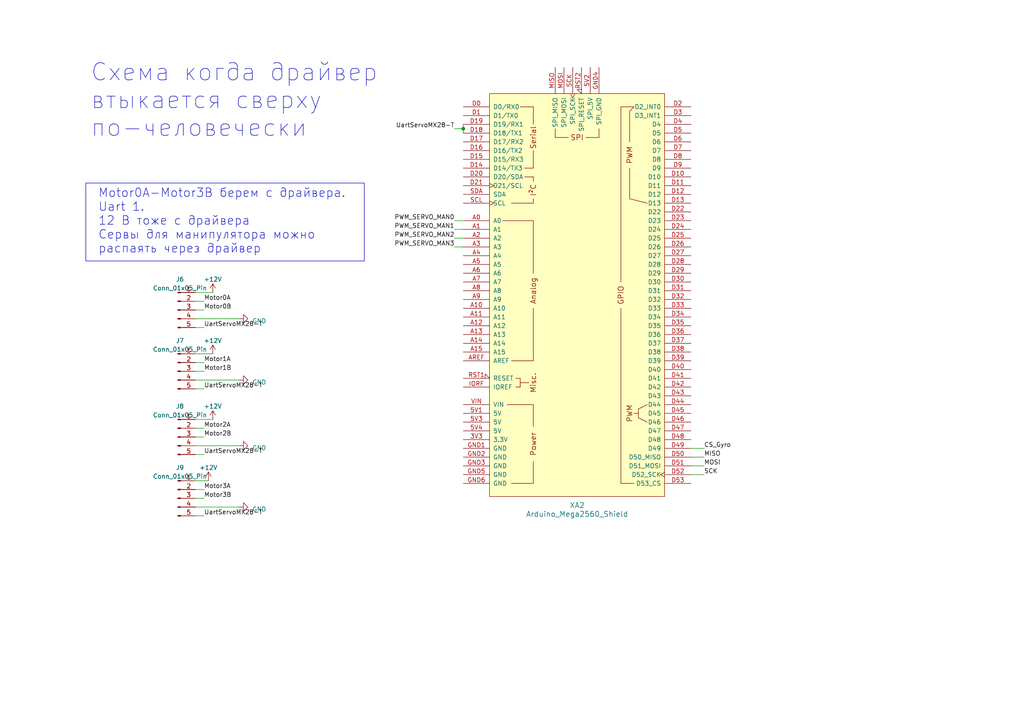
<source format=kicad_sch>
(kicad_sch (version 20230121) (generator eeschema)
  (paper "A4")
  (lib_symbols
    (symbol "Arduino:Arduino_Mega2560_Shield" (pin_names (offset 1.016))
      (property "Reference" "XA" (at 0 -62.23 0))
      (property "Value" "Arduino_Mega2560_Shield" (at 0 -66.04 0))
      (symbol "Arduino_Mega2560_Shield_0_0"
        (rectangle (start -25.4 -58.42) (end 25.4 58.42) (fill (type background)))
        (rectangle (start -20.32 -31.75) (end -12.7 -31.75))
        (rectangle (start -19.05 -54.61) (end -12.7 -54.61))
        (rectangle (start -19.05 -19.05) (end -12.7 -19.05))
        (rectangle (start -19.05 26.67) (end -12.7 26.67))
        (rectangle (start -17.78 -26.67) (end -16.51 -26.67))
        (rectangle (start -17.78 -24.13) (end -16.51 -24.13))
        (rectangle (start -16.51 -25.4) (end -13.97 -25.4))
        (rectangle (start -16.51 -24.13) (end -16.51 -26.67))
        (rectangle (start -16.51 54.61) (end -12.7 54.61))
        (rectangle (start -15.24 34.29) (end -12.7 34.29))
        (rectangle (start -15.24 36.83) (end -12.7 36.83))
        (rectangle (start -12.7 -54.61) (end -12.7 -48.26))
        (rectangle (start -12.7 -31.75) (end -12.7 -38.1))
        (rectangle (start -12.7 26.67) (end -12.7 27.94))
        (rectangle (start -12.7 34.29) (end -12.7 33.02))
        (rectangle (start -12.7 41.91) (end -12.7 36.83))
        (rectangle (start -12.7 49.53) (end -12.7 54.61))
        (rectangle (start -6.35 48.26) (end -6.35 45.72))
        (rectangle (start -2.54 45.72) (end -6.35 45.72))
        (polyline (pts (xy -21.59 21.59) (xy -12.7 21.59)))
        (polyline (pts (xy -12.7 -19.05) (xy -12.7 -3.81)))
        (polyline (pts (xy -12.7 6.35) (xy -12.7 21.59)))
        (polyline (pts (xy 12.7 -54.61) (xy 16.51 -54.61)))
        (polyline (pts (xy 12.7 54.61) (xy 16.51 54.61)))
        (polyline (pts (xy 17.78 -34.29) (xy 16.51 -34.29)))
        (polyline (pts (xy 15.24 36.83) (xy 15.24 27.94) (xy 20.32 26.67)))
        (polyline (pts (xy 15.24 44.45) (xy 15.24 53.34) (xy 16.51 54.61)))
        (polyline (pts (xy 20.32 -31.75) (xy 17.78 -33.02) (xy 17.78 -35.56) (xy 20.32 -36.83)))
        (rectangle (start 6.35 45.72) (end 2.54 45.72))
        (rectangle (start 6.35 48.26) (end 6.35 45.72))
        (text "Analog" (at -12.7 1.27 900) (effects (font (size 1.524 1.524))))
        (text "I²C" (at -12.7 30.48 900) (effects (font (size 1.524 1.524))))
        (text "Misc." (at -12.7 -25.4 900) (effects (font (size 1.524 1.524))))
        (text "Power" (at -12.7 -43.18 900) (effects (font (size 1.524 1.524))))
        (text "PWM" (at 15.24 -34.29 900) (effects (font (size 1.524 1.524))))
        (text "PWM" (at 15.24 40.64 900) (effects (font (size 1.524 1.524))))
        (text "Serial" (at -12.7 45.72 900) (effects (font (size 1.524 1.524))))
        (text "SPI" (at 0 45.72 0) (effects (font (size 1.524 1.524))))
      )
      (symbol "Arduino_Mega2560_Shield_1_0"
        (rectangle (start 12.7 -54.61) (end 12.7 -3.81))
        (rectangle (start 12.7 54.61) (end 12.7 3.81))
        (text "GPIO" (at 12.7 0 900) (effects (font (size 1.524 1.524))))
      )
      (symbol "Arduino_Mega2560_Shield_1_1"
        (pin power_out line (at -33.02 -41.91 0) (length 7.62) (name "3.3V") (number "3V3"))
        (pin power_in line (at -33.02 -34.29 0) (length 7.62) (name "5V") (number "5V1"))
        (pin power_in line (at 3.81 66.04 270) (length 7.62) (name "SPI_5V") (number "5V2"))
        (pin power_in line (at -33.02 -36.83 0) (length 7.62) (name "5V") (number "5V3"))
        (pin power_in line (at -33.02 -39.37 0) (length 7.62) (name "5V") (number "5V4"))
        (pin bidirectional line (at -33.02 21.59 0) (length 7.62) (name "A0") (number "A0"))
        (pin bidirectional line (at -33.02 19.05 0) (length 7.62) (name "A1") (number "A1"))
        (pin bidirectional line (at -33.02 -3.81 0) (length 7.62) (name "A10") (number "A10"))
        (pin bidirectional line (at -33.02 -6.35 0) (length 7.62) (name "A11") (number "A11"))
        (pin bidirectional line (at -33.02 -8.89 0) (length 7.62) (name "A12") (number "A12"))
        (pin bidirectional line (at -33.02 -11.43 0) (length 7.62) (name "A13") (number "A13"))
        (pin bidirectional line (at -33.02 -13.97 0) (length 7.62) (name "A14") (number "A14"))
        (pin bidirectional line (at -33.02 -16.51 0) (length 7.62) (name "A15") (number "A15"))
        (pin bidirectional line (at -33.02 16.51 0) (length 7.62) (name "A2") (number "A2"))
        (pin bidirectional line (at -33.02 13.97 0) (length 7.62) (name "A3") (number "A3"))
        (pin bidirectional line (at -33.02 11.43 0) (length 7.62) (name "A4") (number "A4"))
        (pin bidirectional line (at -33.02 8.89 0) (length 7.62) (name "A5") (number "A5"))
        (pin bidirectional line (at -33.02 6.35 0) (length 7.62) (name "A6") (number "A6"))
        (pin bidirectional line (at -33.02 3.81 0) (length 7.62) (name "A7") (number "A7"))
        (pin bidirectional line (at -33.02 1.27 0) (length 7.62) (name "A8") (number "A8"))
        (pin bidirectional line (at -33.02 -1.27 0) (length 7.62) (name "A9") (number "A9"))
        (pin input line (at -33.02 -19.05 0) (length 7.62) (name "AREF") (number "AREF"))
        (pin bidirectional line (at -33.02 54.61 0) (length 7.62) (name "D0/RX0") (number "D0"))
        (pin bidirectional line (at -33.02 52.07 0) (length 7.62) (name "D1/TX0") (number "D1"))
        (pin bidirectional line (at 33.02 34.29 180) (length 7.62) (name "D10") (number "D10"))
        (pin bidirectional line (at 33.02 31.75 180) (length 7.62) (name "D11") (number "D11"))
        (pin bidirectional line (at 33.02 29.21 180) (length 7.62) (name "D12") (number "D12"))
        (pin bidirectional line (at 33.02 26.67 180) (length 7.62) (name "D13") (number "D13"))
        (pin bidirectional line (at -33.02 36.83 0) (length 7.62) (name "D14/TX3") (number "D14"))
        (pin bidirectional line (at -33.02 39.37 0) (length 7.62) (name "D15/RX3") (number "D15"))
        (pin bidirectional line (at -33.02 41.91 0) (length 7.62) (name "D16/TX2") (number "D16"))
        (pin bidirectional line (at -33.02 44.45 0) (length 7.62) (name "D17/RX2") (number "D17"))
        (pin bidirectional line (at -33.02 46.99 0) (length 7.62) (name "D18/TX1") (number "D18"))
        (pin bidirectional line (at -33.02 49.53 0) (length 7.62) (name "D19/RX1") (number "D19"))
        (pin bidirectional line (at 33.02 54.61 180) (length 7.62) (name "D2_INT0") (number "D2"))
        (pin bidirectional line (at -33.02 34.29 0) (length 7.62) (name "D20/SDA") (number "D20"))
        (pin bidirectional clock (at -33.02 31.75 0) (length 7.62) (name "D21/SCL") (number "D21"))
        (pin bidirectional line (at 33.02 24.13 180) (length 7.62) (name "D22") (number "D22"))
        (pin bidirectional line (at 33.02 21.59 180) (length 7.62) (name "D23") (number "D23"))
        (pin bidirectional line (at 33.02 19.05 180) (length 7.62) (name "D24") (number "D24"))
        (pin bidirectional line (at 33.02 16.51 180) (length 7.62) (name "D25") (number "D25"))
        (pin bidirectional line (at 33.02 13.97 180) (length 7.62) (name "D26") (number "D26"))
        (pin bidirectional line (at 33.02 11.43 180) (length 7.62) (name "D27") (number "D27"))
        (pin bidirectional line (at 33.02 8.89 180) (length 7.62) (name "D28") (number "D28"))
        (pin bidirectional line (at 33.02 6.35 180) (length 7.62) (name "D29") (number "D29"))
        (pin bidirectional line (at 33.02 52.07 180) (length 7.62) (name "D3_INT1") (number "D3"))
        (pin bidirectional line (at 33.02 3.81 180) (length 7.62) (name "D30") (number "D30"))
        (pin bidirectional line (at 33.02 1.27 180) (length 7.62) (name "D31") (number "D31"))
        (pin bidirectional line (at 33.02 -1.27 180) (length 7.62) (name "D32") (number "D32"))
        (pin bidirectional line (at 33.02 -3.81 180) (length 7.62) (name "D33") (number "D33"))
        (pin bidirectional line (at 33.02 -6.35 180) (length 7.62) (name "D34") (number "D34"))
        (pin bidirectional line (at 33.02 -8.89 180) (length 7.62) (name "D35") (number "D35"))
        (pin bidirectional line (at 33.02 -11.43 180) (length 7.62) (name "D36") (number "D36"))
        (pin bidirectional line (at 33.02 -13.97 180) (length 7.62) (name "D37") (number "D37"))
        (pin bidirectional line (at 33.02 -16.51 180) (length 7.62) (name "D38") (number "D38"))
        (pin bidirectional line (at 33.02 -19.05 180) (length 7.62) (name "D39") (number "D39"))
        (pin bidirectional line (at 33.02 49.53 180) (length 7.62) (name "D4") (number "D4"))
        (pin bidirectional line (at 33.02 -21.59 180) (length 7.62) (name "D40") (number "D40"))
        (pin bidirectional line (at 33.02 -24.13 180) (length 7.62) (name "D41") (number "D41"))
        (pin bidirectional line (at 33.02 -26.67 180) (length 7.62) (name "D42") (number "D42"))
        (pin bidirectional line (at 33.02 -29.21 180) (length 7.62) (name "D43") (number "D43"))
        (pin bidirectional line (at 33.02 -31.75 180) (length 7.62) (name "D44") (number "D44"))
        (pin bidirectional line (at 33.02 -34.29 180) (length 7.62) (name "D45") (number "D45"))
        (pin bidirectional line (at 33.02 -36.83 180) (length 7.62) (name "D46") (number "D46"))
        (pin bidirectional line (at 33.02 -39.37 180) (length 7.62) (name "D47") (number "D47"))
        (pin bidirectional line (at 33.02 -41.91 180) (length 7.62) (name "D48") (number "D48"))
        (pin bidirectional line (at 33.02 -44.45 180) (length 7.62) (name "D49") (number "D49"))
        (pin bidirectional line (at 33.02 46.99 180) (length 7.62) (name "D5") (number "D5"))
        (pin bidirectional line (at 33.02 -46.99 180) (length 7.62) (name "D50_MISO") (number "D50"))
        (pin bidirectional line (at 33.02 -49.53 180) (length 7.62) (name "D51_MOSI") (number "D51"))
        (pin bidirectional clock (at 33.02 -52.07 180) (length 7.62) (name "D52_SCK") (number "D52"))
        (pin bidirectional line (at 33.02 -54.61 180) (length 7.62) (name "D53_CS") (number "D53"))
        (pin bidirectional line (at 33.02 44.45 180) (length 7.62) (name "D6") (number "D6"))
        (pin bidirectional line (at 33.02 41.91 180) (length 7.62) (name "D7") (number "D7"))
        (pin bidirectional line (at 33.02 39.37 180) (length 7.62) (name "D8") (number "D8"))
        (pin bidirectional line (at 33.02 36.83 180) (length 7.62) (name "D9") (number "D9"))
        (pin power_in line (at -33.02 -44.45 0) (length 7.62) (name "GND") (number "GND1"))
        (pin power_in line (at -33.02 -46.99 0) (length 7.62) (name "GND") (number "GND2"))
        (pin power_in line (at -33.02 -49.53 0) (length 7.62) (name "GND") (number "GND3"))
        (pin power_in line (at 6.35 66.04 270) (length 7.62) (name "SPI_GND") (number "GND4"))
        (pin power_in line (at -33.02 -52.07 0) (length 7.62) (name "GND") (number "GND5"))
        (pin power_in line (at -33.02 -54.61 0) (length 7.62) (name "GND") (number "GND6"))
        (pin output line (at -33.02 -26.67 0) (length 7.62) (name "IOREF") (number "IORF"))
        (pin input line (at -6.35 66.04 270) (length 7.62) (name "SPI_MISO") (number "MISO"))
        (pin output line (at -3.81 66.04 270) (length 7.62) (name "SPI_MOSI") (number "MOSI"))
        (pin open_collector input_low (at -33.02 -24.13 0) (length 7.62) (name "RESET") (number "RST1"))
        (pin open_collector input_low (at 1.27 66.04 270) (length 7.62) (name "SPI_RESET") (number "RST2"))
        (pin output clock (at -1.27 66.04 270) (length 7.62) (name "SPI_SCK") (number "SCK"))
        (pin bidirectional clock (at -33.02 26.67 0) (length 7.62) (name "SCL") (number "SCL"))
        (pin bidirectional line (at -33.02 29.21 0) (length 7.62) (name "SDA") (number "SDA"))
        (pin power_in line (at -33.02 -31.75 0) (length 7.62) (name "VIN") (number "VIN"))
      )
    )
    (symbol "Connector:Conn_01x05_Pin" (pin_names (offset 1.016) hide)
      (property "Reference" "J" (at 0 7.62 0))
      (property "Value" "Conn_01x05_Pin" (at 0 -7.62 0))
      (symbol "Conn_01x05_Pin_1_1"
        (polyline (pts (xy 1.27 -5.08) (xy 0.8636 -5.08)) (stroke (width 0.1524)))
        (polyline (pts (xy 1.27 -2.54) (xy 0.8636 -2.54)) (stroke (width 0.1524)))
        (polyline (pts (xy 1.27 0) (xy 0.8636 0)) (stroke (width 0.1524)))
        (polyline (pts (xy 1.27 2.54) (xy 0.8636 2.54)) (stroke (width 0.1524)))
        (polyline (pts (xy 1.27 5.08) (xy 0.8636 5.08)) (stroke (width 0.1524)))
        (rectangle (start 0.8636 -4.953) (end 0 -5.207) (stroke (width 0.1524)) (fill (type outline)))
        (rectangle (start 0.8636 -2.413) (end 0 -2.667) (stroke (width 0.1524)) (fill (type outline)))
        (rectangle (start 0.8636 0.127) (end 0 -0.127) (stroke (width 0.1524)) (fill (type outline)))
        (rectangle (start 0.8636 2.667) (end 0 2.413) (stroke (width 0.1524)) (fill (type outline)))
        (rectangle (start 0.8636 5.207) (end 0 4.953) (stroke (width 0.1524)) (fill (type outline)))
        (pin passive line (at 5.08 5.08 180) (length 3.81) (name "Pin_1") (number "1"))
        (pin passive line (at 5.08 2.54 180) (length 3.81) (name "Pin_2") (number "2"))
        (pin passive line (at 5.08 0 180) (length 3.81) (name "Pin_3") (number "3"))
        (pin passive line (at 5.08 -2.54 180) (length 3.81) (name "Pin_4") (number "4"))
        (pin passive line (at 5.08 -5.08 180) (length 3.81) (name "Pin_5") (number "5"))
      )
    )
    (symbol "power:+12V" (power) (pin_names (offset 0))
      (property "Value" "+12V" (at 0 3.556 0))
      (symbol "+12V_0_1"
        (polyline (pts (xy -0.762 1.27) (xy 0 2.54)))
        (polyline (pts (xy 0 0) (xy 0 2.54)))
        (polyline (pts (xy 0 2.54) (xy 0.762 1.27)))
      )
      (symbol "+12V_1_1"
        (pin power_in line (at 0 0 90) (length 0) hide (name "+12V") (number "1"))
      )
    )
    (symbol "power:GND" (power) (pin_names (offset 0))
      (property "Value" "GND" (at 0 -3.81 0))
      (symbol "GND_0_1"
        (polyline (pts (xy 0 0) (xy 0 -1.27) (xy 1.27 -1.27) (xy 0 -2.54) (xy -1.27 -1.27) (xy 0 -1.27)))
      )
      (symbol "GND_1_1"
        (pin power_in line (at 0 0 270) (length 0) hide (name "GND") (number "1"))
      )
    )
  )
  (junction (at 134.366 37.338))
  (wire (pts (xy 200.406 135.128) (xy 204.216 135.128)))
  (wire (pts (xy 56.642 94.996) (xy 59.182 94.996)))
  (wire (pts (xy 56.642 139.446) (xy 60.452 139.446)))
  (wire (pts (xy 56.642 84.836) (xy 61.722 84.836)))
  (wire (pts (xy 56.642 110.236) (xy 69.342 110.236)))
  (wire (pts (xy 56.642 124.206) (xy 59.182 124.206)))
  (wire (pts (xy 56.642 144.526) (xy 59.182 144.526)))
  (wire (pts (xy 56.642 131.826) (xy 59.182 131.826)))
  (wire (pts (xy 56.642 87.376) (xy 59.182 87.376)))
  (wire (pts (xy 200.406 130.048) (xy 204.216 130.048)))
  (wire (pts (xy 56.642 121.666) (xy 61.722 121.666)))
  (wire (pts (xy 56.642 126.746) (xy 59.182 126.746)))
  (wire (pts (xy 56.642 149.606) (xy 59.182 149.606)))
  (wire (pts (xy 131.826 66.548) (xy 134.366 66.548)))
  (wire (pts (xy 131.826 64.008) (xy 134.366 64.008)))
  (wire (pts (xy 200.406 132.588) (xy 204.216 132.588)))
  (wire (pts (xy 56.642 89.916) (xy 59.182 89.916)))
  (wire (pts (xy 131.826 37.338) (xy 134.366 37.338)))
  (wire (pts (xy 56.642 102.616) (xy 61.722 102.616)))
  (wire (pts (xy 134.366 36.068) (xy 134.366 37.338)))
  (wire (pts (xy 131.826 69.088) (xy 134.366 69.088)))
  (wire (pts (xy 134.366 37.338) (xy 134.366 38.608)))
  (wire (pts (xy 200.406 137.668) (xy 204.216 137.668)))
  (wire (pts (xy 56.642 107.696) (xy 59.182 107.696)))
  (wire (pts (xy 56.642 141.986) (xy 59.182 141.986)))
  (wire (pts (xy 56.642 92.456) (xy 69.342 92.456)))
  (wire (pts (xy 56.642 105.156) (xy 59.182 105.156)))
  (wire (pts (xy 131.826 71.628) (xy 134.366 71.628)))
  (wire (pts (xy 56.642 112.776) (xy 59.182 112.776)))
  (wire (pts (xy 56.642 147.066) (xy 69.342 147.066)))
  (wire (pts (xy 56.642 129.286) (xy 69.342 129.286)))
  (rectangle (start 24.892 53.086) (end 105.664 75.692))
  (text "Motor0A-Motor3B берем с драйвера.\nUart 1. \n12 В тоже с драйвера\nСервы для манипулятора можно\nраспаять через драйвер" (at 28.448 73.66 0) (effects (font (size 2.5 2.5)) (justify left bottom)))
  (text "Схема когда драйвер\nвтыкается сверху\nпо-человечески" (at 26.162 40.132 0) (effects (font (size 5 5)) (justify left bottom)))
  (label "PWM_SERVO_MAN3" (at 131.826 71.628 180))
  (label "CS_Gyro" (at 204.216 130.048 0))
  (label "Motor0A" (at 59.182 87.376 0))
  (label "PWM_SERVO_MAN0" (at 131.826 64.008 180))
  (label "Motor0B" (at 59.182 89.916 0))
  (label "MOSI" (at 204.216 135.128 0))
  (label "Motor3B" (at 59.182 144.526 0))
  (label "UartServoMX28-T" (at 59.182 149.606 0))
  (label "UartServoMX28-T" (at 131.826 37.338 180))
  (label "Motor1B" (at 59.182 107.696 0))
  (label "UartServoMX28-T" (at 59.182 94.996 0))
  (label "PWM_SERVO_MAN1" (at 131.826 66.548 180))
  (label "PWM_SERVO_MAN2" (at 131.826 69.088 180))
  (label "Motor2A" (at 59.182 124.206 0))
  (label "MISO" (at 204.216 132.588 0))
  (label "Motor2B" (at 59.182 126.746 0))
  (label "SCK" (at 204.216 137.668 0))
  (label "UartServoMX28-T" (at 59.182 112.776 0))
  (label "Motor3A" (at 59.182 141.986 0))
  (label "Motor1A" (at 59.182 105.156 0))
  (label "UartServoMX28-T" (at 59.182 131.826 0))
  (symbol (lib_id "power:GND") (at 69.342 129.286 90) (unit 1)
    (property "Reference" "#PWR015" (effects hide))
    (property "Value" "GND" (at 73.152 129.921 90) (effects (justify right)))
  )
  (symbol (lib_id "power:+12V") (at 61.722 121.666 0) (unit 1)
    (property "Reference" "#PWR019" (effects hide))
    (property "Value" "+12V" (at 61.722 117.856 0))
  )
  (symbol (lib_id "Connector:Conn_01x05_Pin") (at 51.562 107.696 0) (unit 1)
    (property "Reference" "J7" (at 52.197 98.806 0))
    (property "Value" "Conn_01x05_Pin" (at 52.197 101.346 0))
    (property "Footprint" "Connector_PinHeader_2.54mm:PinHeader_1x05_P2.54mm_Vertical" (effects hide))
  )
  (symbol (lib_id "power:+12V") (at 61.722 84.836 0) (unit 1)
    (property "Reference" "#PWR017" (effects hide))
    (property "Value" "+12V" (at 61.722 81.026 0))
  )
  (symbol (lib_id "Arduino:Arduino_Mega2560_Shield") (at 167.386 85.598 0) (unit 1)
    (property "Reference" "XA2" (at 167.386 146.558 0) (effects (font (size 1.524 1.524))))
    (property "Value" "Arduino_Mega2560_Shield" (at 167.386 149.098 0) (effects (font (size 1.524 1.524))))
    (property "Footprint" "Arduino:Arduino_Mega2560_Shield" (effects hide))
    (property "Datasheet" "https://docs.arduino.cc/hardware/mega-2560" (effects hide))
  )
  (symbol (lib_id "power:+12V") (at 60.452 139.446 0) (unit 1)
    (property "Reference" "#PWR020" (effects hide))
    (property "Value" "+12V" (at 60.452 135.636 0))
  )
  (symbol (lib_id "power:+12V") (at 61.722 102.616 0) (unit 1)
    (property "Reference" "#PWR018" (effects hide))
    (property "Value" "+12V" (at 61.722 98.806 0))
  )
  (symbol (lib_id "Connector:Conn_01x05_Pin") (at 51.562 126.746 0) (unit 1)
    (property "Reference" "J8" (at 52.197 117.856 0))
    (property "Value" "Conn_01x05_Pin" (at 52.197 120.396 0))
    (property "Footprint" "Connector_PinHeader_2.54mm:PinHeader_1x05_P2.54mm_Vertical" (effects hide))
  )
  (symbol (lib_id "Connector:Conn_01x05_Pin") (at 51.562 89.916 0) (unit 1)
    (property "Reference" "J6" (at 52.197 81.026 0))
    (property "Value" "Conn_01x05_Pin" (at 52.197 83.566 0))
    (property "Footprint" "Connector_PinHeader_2.54mm:PinHeader_1x05_P2.54mm_Vertical" (effects hide))
  )
  (symbol (lib_id "Connector:Conn_01x05_Pin") (at 51.562 144.526 0) (unit 1)
    (property "Reference" "J9" (at 52.197 135.636 0))
    (property "Value" "Conn_01x05_Pin" (at 52.197 138.176 0))
    (property "Footprint" "Connector_PinHeader_2.54mm:PinHeader_1x05_P2.54mm_Vertical" (effects hide))
  )
  (symbol (lib_id "power:GND") (at 69.342 92.456 90) (unit 1)
    (property "Reference" "#PWR013" (effects hide))
    (property "Value" "GND" (at 73.152 93.091 90) (effects (justify right)))
  )
  (symbol (lib_id "power:GND") (at 69.342 110.236 90) (unit 1)
    (property "Reference" "#PWR014" (effects hide))
    (property "Value" "GND" (at 73.152 110.871 90) (effects (justify right)))
  )
  (symbol (lib_id "power:GND") (at 69.342 147.066 90) (unit 1)
    (property "Reference" "#PWR016" (effects hide))
    (property "Value" "GND" (at 73.152 147.701 90) (effects (justify right)))
  )
)
</source>
